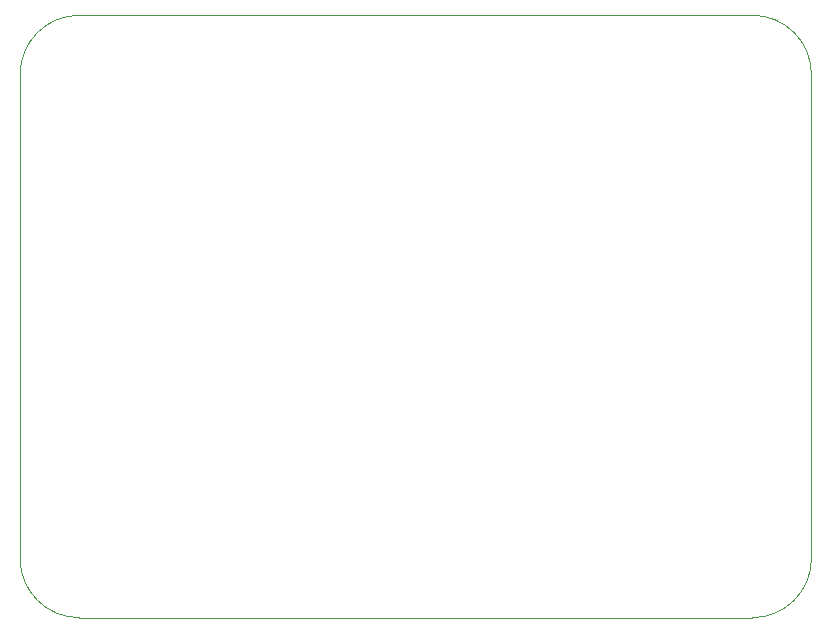
<source format=gbr>
G04 #@! TF.GenerationSoftware,KiCad,Pcbnew,5.1.4+dfsg1-1*
G04 #@! TF.CreationDate,2020-06-04T10:37:17+02:00*
G04 #@! TF.ProjectId,Telemetry,54656c65-6d65-4747-9279-2e6b69636164,rev?*
G04 #@! TF.SameCoordinates,Original*
G04 #@! TF.FileFunction,Profile,NP*
%FSLAX46Y46*%
G04 Gerber Fmt 4.6, Leading zero omitted, Abs format (unit mm)*
G04 Created by KiCad (PCBNEW 5.1.4+dfsg1-1) date 2020-06-04 10:37:17*
%MOMM*%
%LPD*%
G04 APERTURE LIST*
%ADD10C,0.050000*%
G04 APERTURE END LIST*
D10*
X183000000Y-104000000D02*
G75*
G02X188000000Y-99000000I5000000J0D01*
G01*
X245000000Y-99000000D02*
G75*
G02X250000000Y-104000000I0J-5000000D01*
G01*
X188000000Y-150000000D02*
X245000000Y-150000000D01*
X250000000Y-145000000D02*
G75*
G02X245000000Y-150000000I-5000000J0D01*
G01*
X188000000Y-150000000D02*
G75*
G02X183000000Y-145000000I0J5000000D01*
G01*
X183000000Y-104000000D02*
X183000000Y-145000000D01*
X245000000Y-99000000D02*
X188000000Y-99000000D01*
X250000000Y-145000000D02*
X250000000Y-104000000D01*
M02*

</source>
